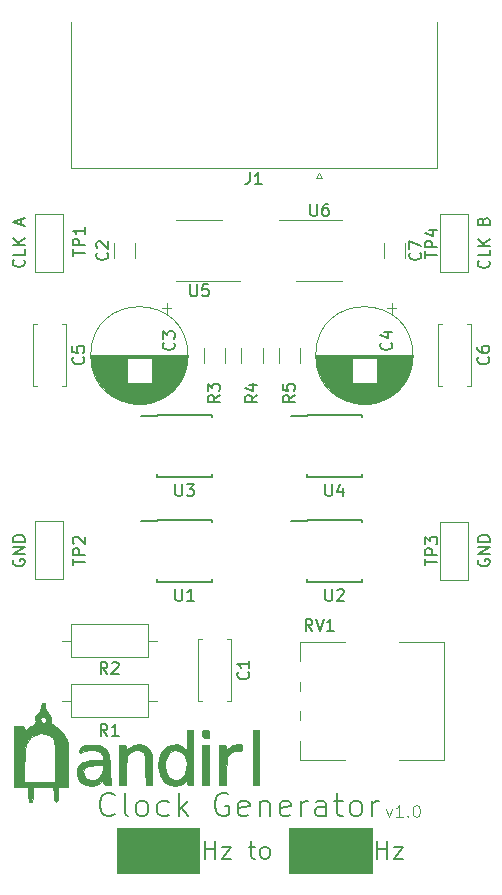
<source format=gbr>
G04 #@! TF.GenerationSoftware,KiCad,Pcbnew,5.1.5-52549c5~84~ubuntu18.04.1*
G04 #@! TF.CreationDate,2020-04-22T17:40:04-07:00*
G04 #@! TF.ProjectId,clock_generator,636c6f63-6b5f-4676-956e-657261746f72,rev?*
G04 #@! TF.SameCoordinates,Original*
G04 #@! TF.FileFunction,Legend,Top*
G04 #@! TF.FilePolarity,Positive*
%FSLAX46Y46*%
G04 Gerber Fmt 4.6, Leading zero omitted, Abs format (unit mm)*
G04 Created by KiCad (PCBNEW 5.1.5-52549c5~84~ubuntu18.04.1) date 2020-04-22 17:40:04*
%MOMM*%
%LPD*%
G04 APERTURE LIST*
%ADD10C,0.100000*%
%ADD11C,0.150000*%
%ADD12C,0.010000*%
%ADD13C,0.120000*%
G04 APERTURE END LIST*
D10*
X132683428Y-122213714D02*
X132921523Y-122880380D01*
X133159619Y-122213714D01*
X134064380Y-122880380D02*
X133492952Y-122880380D01*
X133778666Y-122880380D02*
X133778666Y-121880380D01*
X133683428Y-122023238D01*
X133588190Y-122118476D01*
X133492952Y-122166095D01*
X134492952Y-122785142D02*
X134540571Y-122832761D01*
X134492952Y-122880380D01*
X134445333Y-122832761D01*
X134492952Y-122785142D01*
X134492952Y-122880380D01*
X135159619Y-121880380D02*
X135254857Y-121880380D01*
X135350095Y-121928000D01*
X135397714Y-121975619D01*
X135445333Y-122070857D01*
X135492952Y-122261333D01*
X135492952Y-122499428D01*
X135445333Y-122689904D01*
X135397714Y-122785142D01*
X135350095Y-122832761D01*
X135254857Y-122880380D01*
X135159619Y-122880380D01*
X135064380Y-122832761D01*
X135016761Y-122785142D01*
X134969142Y-122689904D01*
X134921523Y-122499428D01*
X134921523Y-122261333D01*
X134969142Y-122070857D01*
X135016761Y-121975619D01*
X135064380Y-121928000D01*
X135159619Y-121880380D01*
G36*
X131445000Y-127635000D02*
G01*
X124460000Y-127635000D01*
X124460000Y-123825000D01*
X131445000Y-123825000D01*
X131445000Y-127635000D01*
G37*
X131445000Y-127635000D02*
X124460000Y-127635000D01*
X124460000Y-123825000D01*
X131445000Y-123825000D01*
X131445000Y-127635000D01*
G36*
X116840000Y-127635000D02*
G01*
X109855000Y-127635000D01*
X109855000Y-123825000D01*
X116840000Y-123825000D01*
X116840000Y-127635000D01*
G37*
X116840000Y-127635000D02*
X109855000Y-127635000D01*
X109855000Y-123825000D01*
X116840000Y-123825000D01*
X116840000Y-127635000D01*
D11*
X131899642Y-126408571D02*
X131899642Y-124908571D01*
X131899642Y-125622857D02*
X132756785Y-125622857D01*
X132756785Y-126408571D02*
X132756785Y-124908571D01*
X133328214Y-125408571D02*
X134113928Y-125408571D01*
X133328214Y-126408571D01*
X134113928Y-126408571D01*
X117300714Y-126408571D02*
X117300714Y-124908571D01*
X117300714Y-125622857D02*
X118157857Y-125622857D01*
X118157857Y-126408571D02*
X118157857Y-124908571D01*
X118729285Y-125408571D02*
X119515000Y-125408571D01*
X118729285Y-126408571D01*
X119515000Y-126408571D01*
X121015000Y-125408571D02*
X121586428Y-125408571D01*
X121229285Y-124908571D02*
X121229285Y-126194285D01*
X121300714Y-126337142D01*
X121443571Y-126408571D01*
X121586428Y-126408571D01*
X122300714Y-126408571D02*
X122157857Y-126337142D01*
X122086428Y-126265714D01*
X122015000Y-126122857D01*
X122015000Y-125694285D01*
X122086428Y-125551428D01*
X122157857Y-125480000D01*
X122300714Y-125408571D01*
X122515000Y-125408571D01*
X122657857Y-125480000D01*
X122729285Y-125551428D01*
X122800714Y-125694285D01*
X122800714Y-126122857D01*
X122729285Y-126265714D01*
X122657857Y-126337142D01*
X122515000Y-126408571D01*
X122300714Y-126408571D01*
X109665809Y-122634285D02*
X109570571Y-122729523D01*
X109284857Y-122824761D01*
X109094380Y-122824761D01*
X108808666Y-122729523D01*
X108618190Y-122539047D01*
X108522952Y-122348571D01*
X108427714Y-121967619D01*
X108427714Y-121681904D01*
X108522952Y-121300952D01*
X108618190Y-121110476D01*
X108808666Y-120920000D01*
X109094380Y-120824761D01*
X109284857Y-120824761D01*
X109570571Y-120920000D01*
X109665809Y-121015238D01*
X110808666Y-122824761D02*
X110618190Y-122729523D01*
X110522952Y-122539047D01*
X110522952Y-120824761D01*
X111856285Y-122824761D02*
X111665809Y-122729523D01*
X111570571Y-122634285D01*
X111475333Y-122443809D01*
X111475333Y-121872380D01*
X111570571Y-121681904D01*
X111665809Y-121586666D01*
X111856285Y-121491428D01*
X112142000Y-121491428D01*
X112332476Y-121586666D01*
X112427714Y-121681904D01*
X112522952Y-121872380D01*
X112522952Y-122443809D01*
X112427714Y-122634285D01*
X112332476Y-122729523D01*
X112142000Y-122824761D01*
X111856285Y-122824761D01*
X114237238Y-122729523D02*
X114046761Y-122824761D01*
X113665809Y-122824761D01*
X113475333Y-122729523D01*
X113380095Y-122634285D01*
X113284857Y-122443809D01*
X113284857Y-121872380D01*
X113380095Y-121681904D01*
X113475333Y-121586666D01*
X113665809Y-121491428D01*
X114046761Y-121491428D01*
X114237238Y-121586666D01*
X115094380Y-122824761D02*
X115094380Y-120824761D01*
X115284857Y-122062857D02*
X115856285Y-122824761D01*
X115856285Y-121491428D02*
X115094380Y-122253333D01*
X119284857Y-120920000D02*
X119094380Y-120824761D01*
X118808666Y-120824761D01*
X118522952Y-120920000D01*
X118332476Y-121110476D01*
X118237238Y-121300952D01*
X118142000Y-121681904D01*
X118142000Y-121967619D01*
X118237238Y-122348571D01*
X118332476Y-122539047D01*
X118522952Y-122729523D01*
X118808666Y-122824761D01*
X118999142Y-122824761D01*
X119284857Y-122729523D01*
X119380095Y-122634285D01*
X119380095Y-121967619D01*
X118999142Y-121967619D01*
X120999142Y-122729523D02*
X120808666Y-122824761D01*
X120427714Y-122824761D01*
X120237238Y-122729523D01*
X120142000Y-122539047D01*
X120142000Y-121777142D01*
X120237238Y-121586666D01*
X120427714Y-121491428D01*
X120808666Y-121491428D01*
X120999142Y-121586666D01*
X121094380Y-121777142D01*
X121094380Y-121967619D01*
X120142000Y-122158095D01*
X121951523Y-121491428D02*
X121951523Y-122824761D01*
X121951523Y-121681904D02*
X122046761Y-121586666D01*
X122237238Y-121491428D01*
X122522952Y-121491428D01*
X122713428Y-121586666D01*
X122808666Y-121777142D01*
X122808666Y-122824761D01*
X124522952Y-122729523D02*
X124332476Y-122824761D01*
X123951523Y-122824761D01*
X123761047Y-122729523D01*
X123665809Y-122539047D01*
X123665809Y-121777142D01*
X123761047Y-121586666D01*
X123951523Y-121491428D01*
X124332476Y-121491428D01*
X124522952Y-121586666D01*
X124618190Y-121777142D01*
X124618190Y-121967619D01*
X123665809Y-122158095D01*
X125475333Y-122824761D02*
X125475333Y-121491428D01*
X125475333Y-121872380D02*
X125570571Y-121681904D01*
X125665809Y-121586666D01*
X125856285Y-121491428D01*
X126046761Y-121491428D01*
X127570571Y-122824761D02*
X127570571Y-121777142D01*
X127475333Y-121586666D01*
X127284857Y-121491428D01*
X126903904Y-121491428D01*
X126713428Y-121586666D01*
X127570571Y-122729523D02*
X127380095Y-122824761D01*
X126903904Y-122824761D01*
X126713428Y-122729523D01*
X126618190Y-122539047D01*
X126618190Y-122348571D01*
X126713428Y-122158095D01*
X126903904Y-122062857D01*
X127380095Y-122062857D01*
X127570571Y-121967619D01*
X128237238Y-121491428D02*
X128999142Y-121491428D01*
X128522952Y-120824761D02*
X128522952Y-122539047D01*
X128618190Y-122729523D01*
X128808666Y-122824761D01*
X128999142Y-122824761D01*
X129951523Y-122824761D02*
X129761047Y-122729523D01*
X129665809Y-122634285D01*
X129570571Y-122443809D01*
X129570571Y-121872380D01*
X129665809Y-121681904D01*
X129761047Y-121586666D01*
X129951523Y-121491428D01*
X130237238Y-121491428D01*
X130427714Y-121586666D01*
X130522952Y-121681904D01*
X130618190Y-121872380D01*
X130618190Y-122443809D01*
X130522952Y-122634285D01*
X130427714Y-122729523D01*
X130237238Y-122824761D01*
X129951523Y-122824761D01*
X131475333Y-122824761D02*
X131475333Y-121491428D01*
X131475333Y-121872380D02*
X131570571Y-121681904D01*
X131665809Y-121586666D01*
X131856285Y-121491428D01*
X132046761Y-121491428D01*
X101100000Y-101091904D02*
X101052380Y-101187142D01*
X101052380Y-101330000D01*
X101100000Y-101472857D01*
X101195238Y-101568095D01*
X101290476Y-101615714D01*
X101480952Y-101663333D01*
X101623809Y-101663333D01*
X101814285Y-101615714D01*
X101909523Y-101568095D01*
X102004761Y-101472857D01*
X102052380Y-101330000D01*
X102052380Y-101234761D01*
X102004761Y-101091904D01*
X101957142Y-101044285D01*
X101623809Y-101044285D01*
X101623809Y-101234761D01*
X102052380Y-100615714D02*
X101052380Y-100615714D01*
X102052380Y-100044285D01*
X101052380Y-100044285D01*
X102052380Y-99568095D02*
X101052380Y-99568095D01*
X101052380Y-99330000D01*
X101100000Y-99187142D01*
X101195238Y-99091904D01*
X101290476Y-99044285D01*
X101480952Y-98996666D01*
X101623809Y-98996666D01*
X101814285Y-99044285D01*
X101909523Y-99091904D01*
X102004761Y-99187142D01*
X102052380Y-99330000D01*
X102052380Y-99568095D01*
X140470000Y-101091904D02*
X140422380Y-101187142D01*
X140422380Y-101330000D01*
X140470000Y-101472857D01*
X140565238Y-101568095D01*
X140660476Y-101615714D01*
X140850952Y-101663333D01*
X140993809Y-101663333D01*
X141184285Y-101615714D01*
X141279523Y-101568095D01*
X141374761Y-101472857D01*
X141422380Y-101330000D01*
X141422380Y-101234761D01*
X141374761Y-101091904D01*
X141327142Y-101044285D01*
X140993809Y-101044285D01*
X140993809Y-101234761D01*
X141422380Y-100615714D02*
X140422380Y-100615714D01*
X141422380Y-100044285D01*
X140422380Y-100044285D01*
X141422380Y-99568095D02*
X140422380Y-99568095D01*
X140422380Y-99330000D01*
X140470000Y-99187142D01*
X140565238Y-99091904D01*
X140660476Y-99044285D01*
X140850952Y-98996666D01*
X140993809Y-98996666D01*
X141184285Y-99044285D01*
X141279523Y-99091904D01*
X141374761Y-99187142D01*
X141422380Y-99330000D01*
X141422380Y-99568095D01*
X141327142Y-75771190D02*
X141374761Y-75818809D01*
X141422380Y-75961666D01*
X141422380Y-76056904D01*
X141374761Y-76199761D01*
X141279523Y-76295000D01*
X141184285Y-76342619D01*
X140993809Y-76390238D01*
X140850952Y-76390238D01*
X140660476Y-76342619D01*
X140565238Y-76295000D01*
X140470000Y-76199761D01*
X140422380Y-76056904D01*
X140422380Y-75961666D01*
X140470000Y-75818809D01*
X140517619Y-75771190D01*
X141422380Y-74866428D02*
X141422380Y-75342619D01*
X140422380Y-75342619D01*
X141422380Y-74533095D02*
X140422380Y-74533095D01*
X141422380Y-73961666D02*
X140850952Y-74390238D01*
X140422380Y-73961666D02*
X140993809Y-74533095D01*
X140898571Y-72437857D02*
X140946190Y-72295000D01*
X140993809Y-72247380D01*
X141089047Y-72199761D01*
X141231904Y-72199761D01*
X141327142Y-72247380D01*
X141374761Y-72295000D01*
X141422380Y-72390238D01*
X141422380Y-72771190D01*
X140422380Y-72771190D01*
X140422380Y-72437857D01*
X140470000Y-72342619D01*
X140517619Y-72295000D01*
X140612857Y-72247380D01*
X140708095Y-72247380D01*
X140803333Y-72295000D01*
X140850952Y-72342619D01*
X140898571Y-72437857D01*
X140898571Y-72771190D01*
X101957142Y-75699761D02*
X102004761Y-75747380D01*
X102052380Y-75890238D01*
X102052380Y-75985476D01*
X102004761Y-76128333D01*
X101909523Y-76223571D01*
X101814285Y-76271190D01*
X101623809Y-76318809D01*
X101480952Y-76318809D01*
X101290476Y-76271190D01*
X101195238Y-76223571D01*
X101100000Y-76128333D01*
X101052380Y-75985476D01*
X101052380Y-75890238D01*
X101100000Y-75747380D01*
X101147619Y-75699761D01*
X102052380Y-74795000D02*
X102052380Y-75271190D01*
X101052380Y-75271190D01*
X102052380Y-74461666D02*
X101052380Y-74461666D01*
X102052380Y-73890238D02*
X101480952Y-74318809D01*
X101052380Y-73890238D02*
X101623809Y-74461666D01*
X101766666Y-72747380D02*
X101766666Y-72271190D01*
X102052380Y-72842619D02*
X101052380Y-72509285D01*
X102052380Y-72175952D01*
D12*
G36*
X117580065Y-115537919D02*
G01*
X117664383Y-115601224D01*
X117686004Y-115766401D01*
X117686667Y-115866333D01*
X117677696Y-116083169D01*
X117622304Y-116179533D01*
X117477774Y-116204243D01*
X117390334Y-116205000D01*
X117200602Y-116194747D01*
X117116284Y-116131442D01*
X117094663Y-115966266D01*
X117094000Y-115866333D01*
X117102971Y-115649497D01*
X117158363Y-115553134D01*
X117302893Y-115528424D01*
X117390334Y-115527667D01*
X117580065Y-115537919D01*
G37*
X117580065Y-115537919D02*
X117664383Y-115601224D01*
X117686004Y-115766401D01*
X117686667Y-115866333D01*
X117677696Y-116083169D01*
X117622304Y-116179533D01*
X117477774Y-116204243D01*
X117390334Y-116205000D01*
X117200602Y-116194747D01*
X117116284Y-116131442D01*
X117094663Y-115966266D01*
X117094000Y-115866333D01*
X117102971Y-115649497D01*
X117158363Y-115553134D01*
X117302893Y-115528424D01*
X117390334Y-115527667D01*
X117580065Y-115537919D01*
G36*
X121920000Y-120184333D02*
G01*
X121412000Y-120184333D01*
X121412000Y-115527667D01*
X121920000Y-115527667D01*
X121920000Y-120184333D01*
G37*
X121920000Y-120184333D02*
X121412000Y-120184333D01*
X121412000Y-115527667D01*
X121920000Y-115527667D01*
X121920000Y-120184333D01*
G36*
X120403559Y-116732145D02*
G01*
X120470458Y-116824644D01*
X120480667Y-116988167D01*
X120472872Y-117151283D01*
X120420276Y-117232443D01*
X120279060Y-117260260D01*
X120059258Y-117263333D01*
X119769299Y-117282678D01*
X119568952Y-117359092D01*
X119403091Y-117497861D01*
X119310558Y-117596351D01*
X119245024Y-117696719D01*
X119200497Y-117830088D01*
X119170986Y-118027580D01*
X119150499Y-118320316D01*
X119133045Y-118739418D01*
X119126000Y-118937195D01*
X119083667Y-120142000D01*
X118808500Y-120168531D01*
X118533334Y-120195062D01*
X118533334Y-116797667D01*
X118829667Y-116797667D01*
X119029456Y-116812802D01*
X119111342Y-116883951D01*
X119126000Y-117024092D01*
X119126000Y-117250517D01*
X119316500Y-117072065D01*
X119686867Y-116831839D01*
X120120861Y-116718187D01*
X120232179Y-116713000D01*
X120403559Y-116732145D01*
G37*
X120403559Y-116732145D02*
X120470458Y-116824644D01*
X120480667Y-116988167D01*
X120472872Y-117151283D01*
X120420276Y-117232443D01*
X120279060Y-117260260D01*
X120059258Y-117263333D01*
X119769299Y-117282678D01*
X119568952Y-117359092D01*
X119403091Y-117497861D01*
X119310558Y-117596351D01*
X119245024Y-117696719D01*
X119200497Y-117830088D01*
X119170986Y-118027580D01*
X119150499Y-118320316D01*
X119133045Y-118739418D01*
X119126000Y-118937195D01*
X119083667Y-120142000D01*
X118808500Y-120168531D01*
X118533334Y-120195062D01*
X118533334Y-116797667D01*
X118829667Y-116797667D01*
X119029456Y-116812802D01*
X119111342Y-116883951D01*
X119126000Y-117024092D01*
X119126000Y-117250517D01*
X119316500Y-117072065D01*
X119686867Y-116831839D01*
X120120861Y-116718187D01*
X120232179Y-116713000D01*
X120403559Y-116732145D01*
G36*
X117686667Y-120184333D02*
G01*
X117094000Y-120184333D01*
X117094000Y-116797667D01*
X117686667Y-116797667D01*
X117686667Y-120184333D01*
G37*
X117686667Y-120184333D02*
X117094000Y-120184333D01*
X117094000Y-116797667D01*
X117686667Y-116797667D01*
X117686667Y-120184333D01*
G36*
X112136997Y-116806191D02*
G01*
X112386462Y-116926741D01*
X112563874Y-117115813D01*
X112670167Y-117302440D01*
X112745231Y-117466224D01*
X112797663Y-117632492D01*
X112831442Y-117835394D01*
X112850547Y-118109080D01*
X112858956Y-118487700D01*
X112860667Y-118937638D01*
X112860667Y-120195062D01*
X112585500Y-120168531D01*
X112310334Y-120142000D01*
X112268000Y-118843099D01*
X112250518Y-118346183D01*
X112232554Y-117990333D01*
X112209427Y-117747333D01*
X112176460Y-117588967D01*
X112128972Y-117487019D01*
X112062284Y-117413274D01*
X112025787Y-117382599D01*
X111722951Y-117237280D01*
X111389064Y-117244454D01*
X111060266Y-117401183D01*
X110978169Y-117467762D01*
X110701667Y-117714524D01*
X110659334Y-118928262D01*
X110617000Y-120142000D01*
X110341834Y-120168531D01*
X110066667Y-120195062D01*
X110066667Y-116797667D01*
X110363000Y-116797667D01*
X110563061Y-116813118D01*
X110645019Y-116884234D01*
X110659334Y-117016859D01*
X110659334Y-117236052D01*
X110915826Y-117020228D01*
X111303836Y-116798345D01*
X111739510Y-116732018D01*
X112136997Y-116806191D01*
G37*
X112136997Y-116806191D02*
X112386462Y-116926741D01*
X112563874Y-117115813D01*
X112670167Y-117302440D01*
X112745231Y-117466224D01*
X112797663Y-117632492D01*
X112831442Y-117835394D01*
X112850547Y-118109080D01*
X112858956Y-118487700D01*
X112860667Y-118937638D01*
X112860667Y-120195062D01*
X112585500Y-120168531D01*
X112310334Y-120142000D01*
X112268000Y-118843099D01*
X112250518Y-118346183D01*
X112232554Y-117990333D01*
X112209427Y-117747333D01*
X112176460Y-117588967D01*
X112128972Y-117487019D01*
X112062284Y-117413274D01*
X112025787Y-117382599D01*
X111722951Y-117237280D01*
X111389064Y-117244454D01*
X111060266Y-117401183D01*
X110978169Y-117467762D01*
X110701667Y-117714524D01*
X110659334Y-118928262D01*
X110617000Y-120142000D01*
X110341834Y-120168531D01*
X110066667Y-120195062D01*
X110066667Y-116797667D01*
X110363000Y-116797667D01*
X110563061Y-116813118D01*
X110645019Y-116884234D01*
X110659334Y-117016859D01*
X110659334Y-117236052D01*
X110915826Y-117020228D01*
X111303836Y-116798345D01*
X111739510Y-116732018D01*
X112136997Y-116806191D01*
G36*
X116332000Y-120184333D02*
G01*
X116078000Y-120184333D01*
X115896715Y-120161796D01*
X115830302Y-120064874D01*
X115824000Y-119968358D01*
X115824000Y-119752382D01*
X115541139Y-119968131D01*
X115191605Y-120151312D01*
X114791606Y-120233847D01*
X114408405Y-120205990D01*
X114257667Y-120154060D01*
X113872914Y-119884688D01*
X113576472Y-119480703D01*
X113499708Y-119318064D01*
X113402337Y-118937761D01*
X113381404Y-118607587D01*
X113963178Y-118607587D01*
X114033954Y-119023921D01*
X114179705Y-119377825D01*
X114392223Y-119621287D01*
X114394562Y-119622935D01*
X114713609Y-119751332D01*
X115053499Y-119726623D01*
X115371878Y-119552799D01*
X115400026Y-119528167D01*
X115622339Y-119217939D01*
X115744814Y-118801560D01*
X115759150Y-118315338D01*
X115729098Y-118088833D01*
X115596072Y-117706470D01*
X115375357Y-117430486D01*
X115098251Y-117266746D01*
X114796051Y-117221114D01*
X114500054Y-117299457D01*
X114241558Y-117507639D01*
X114079390Y-117779679D01*
X113975586Y-118176835D01*
X113963178Y-118607587D01*
X113381404Y-118607587D01*
X113373240Y-118478826D01*
X113411177Y-118017036D01*
X113514911Y-117628167D01*
X113527812Y-117598497D01*
X113788228Y-117193020D01*
X114128898Y-116908632D01*
X114520226Y-116753650D01*
X114932619Y-116736390D01*
X115336480Y-116865170D01*
X115572028Y-117024032D01*
X115824000Y-117236052D01*
X115824000Y-115527667D01*
X116332000Y-115527667D01*
X116332000Y-120184333D01*
G37*
X116332000Y-120184333D02*
X116078000Y-120184333D01*
X115896715Y-120161796D01*
X115830302Y-120064874D01*
X115824000Y-119968358D01*
X115824000Y-119752382D01*
X115541139Y-119968131D01*
X115191605Y-120151312D01*
X114791606Y-120233847D01*
X114408405Y-120205990D01*
X114257667Y-120154060D01*
X113872914Y-119884688D01*
X113576472Y-119480703D01*
X113499708Y-119318064D01*
X113402337Y-118937761D01*
X113381404Y-118607587D01*
X113963178Y-118607587D01*
X114033954Y-119023921D01*
X114179705Y-119377825D01*
X114392223Y-119621287D01*
X114394562Y-119622935D01*
X114713609Y-119751332D01*
X115053499Y-119726623D01*
X115371878Y-119552799D01*
X115400026Y-119528167D01*
X115622339Y-119217939D01*
X115744814Y-118801560D01*
X115759150Y-118315338D01*
X115729098Y-118088833D01*
X115596072Y-117706470D01*
X115375357Y-117430486D01*
X115098251Y-117266746D01*
X114796051Y-117221114D01*
X114500054Y-117299457D01*
X114241558Y-117507639D01*
X114079390Y-117779679D01*
X113975586Y-118176835D01*
X113963178Y-118607587D01*
X113381404Y-118607587D01*
X113373240Y-118478826D01*
X113411177Y-118017036D01*
X113514911Y-117628167D01*
X113527812Y-117598497D01*
X113788228Y-117193020D01*
X114128898Y-116908632D01*
X114520226Y-116753650D01*
X114932619Y-116736390D01*
X115336480Y-116865170D01*
X115572028Y-117024032D01*
X115824000Y-117236052D01*
X115824000Y-115527667D01*
X116332000Y-115527667D01*
X116332000Y-120184333D01*
G36*
X107994957Y-116748670D02*
G01*
X108386084Y-116811323D01*
X108679583Y-116931164D01*
X108707019Y-116950237D01*
X108906478Y-117119839D01*
X109053457Y-117307423D01*
X109156549Y-117542187D01*
X109224347Y-117853330D01*
X109265443Y-118270049D01*
X109288431Y-118821541D01*
X109291266Y-118935500D01*
X109320198Y-120184333D01*
X109016099Y-120184333D01*
X108812950Y-120170119D01*
X108728292Y-120102615D01*
X108712000Y-119957908D01*
X108712000Y-119731483D01*
X108513891Y-119917597D01*
X108151064Y-120149221D01*
X107723148Y-120251248D01*
X107281891Y-120216649D01*
X107018667Y-120120702D01*
X106714113Y-119886031D01*
X106525738Y-119570281D01*
X106452624Y-119211904D01*
X106474918Y-119015847D01*
X107032217Y-119015847D01*
X107033912Y-119276186D01*
X107153551Y-119499764D01*
X107365537Y-119664141D01*
X107644274Y-119746878D01*
X107964163Y-119725536D01*
X108196788Y-119637729D01*
X108426348Y-119439758D01*
X108608071Y-119140134D01*
X108704954Y-118806194D01*
X108712000Y-118700159D01*
X108712000Y-118469243D01*
X108020731Y-118509260D01*
X107662376Y-118536483D01*
X107430940Y-118575425D01*
X107284011Y-118637702D01*
X107179175Y-118734935D01*
X107174064Y-118741185D01*
X107032217Y-119015847D01*
X106474918Y-119015847D01*
X106493851Y-118849352D01*
X106648501Y-118521078D01*
X106915654Y-118265533D01*
X107064866Y-118187595D01*
X107311042Y-118123916D01*
X107665576Y-118081490D01*
X108031947Y-118067667D01*
X108370667Y-118063974D01*
X108573972Y-118047432D01*
X108675715Y-118009848D01*
X108709751Y-117943025D01*
X108712000Y-117903054D01*
X108658930Y-117729328D01*
X108529662Y-117526935D01*
X108514679Y-117509043D01*
X108264466Y-117334384D01*
X107914932Y-117239723D01*
X107519183Y-117231305D01*
X107130327Y-117315376D01*
X107069328Y-117339064D01*
X106832421Y-117435312D01*
X106715874Y-117456084D01*
X106682295Y-117387443D01*
X106694286Y-117215448D01*
X106695802Y-117199833D01*
X106726722Y-117033012D01*
X106808447Y-116932087D01*
X106985927Y-116858567D01*
X107145667Y-116814555D01*
X107562665Y-116748112D01*
X107994957Y-116748670D01*
G37*
X107994957Y-116748670D02*
X108386084Y-116811323D01*
X108679583Y-116931164D01*
X108707019Y-116950237D01*
X108906478Y-117119839D01*
X109053457Y-117307423D01*
X109156549Y-117542187D01*
X109224347Y-117853330D01*
X109265443Y-118270049D01*
X109288431Y-118821541D01*
X109291266Y-118935500D01*
X109320198Y-120184333D01*
X109016099Y-120184333D01*
X108812950Y-120170119D01*
X108728292Y-120102615D01*
X108712000Y-119957908D01*
X108712000Y-119731483D01*
X108513891Y-119917597D01*
X108151064Y-120149221D01*
X107723148Y-120251248D01*
X107281891Y-120216649D01*
X107018667Y-120120702D01*
X106714113Y-119886031D01*
X106525738Y-119570281D01*
X106452624Y-119211904D01*
X106474918Y-119015847D01*
X107032217Y-119015847D01*
X107033912Y-119276186D01*
X107153551Y-119499764D01*
X107365537Y-119664141D01*
X107644274Y-119746878D01*
X107964163Y-119725536D01*
X108196788Y-119637729D01*
X108426348Y-119439758D01*
X108608071Y-119140134D01*
X108704954Y-118806194D01*
X108712000Y-118700159D01*
X108712000Y-118469243D01*
X108020731Y-118509260D01*
X107662376Y-118536483D01*
X107430940Y-118575425D01*
X107284011Y-118637702D01*
X107179175Y-118734935D01*
X107174064Y-118741185D01*
X107032217Y-119015847D01*
X106474918Y-119015847D01*
X106493851Y-118849352D01*
X106648501Y-118521078D01*
X106915654Y-118265533D01*
X107064866Y-118187595D01*
X107311042Y-118123916D01*
X107665576Y-118081490D01*
X108031947Y-118067667D01*
X108370667Y-118063974D01*
X108573972Y-118047432D01*
X108675715Y-118009848D01*
X108709751Y-117943025D01*
X108712000Y-117903054D01*
X108658930Y-117729328D01*
X108529662Y-117526935D01*
X108514679Y-117509043D01*
X108264466Y-117334384D01*
X107914932Y-117239723D01*
X107519183Y-117231305D01*
X107130327Y-117315376D01*
X107069328Y-117339064D01*
X106832421Y-117435312D01*
X106715874Y-117456084D01*
X106682295Y-117387443D01*
X106694286Y-117215448D01*
X106695802Y-117199833D01*
X106726722Y-117033012D01*
X106808447Y-116932087D01*
X106985927Y-116858567D01*
X107145667Y-116814555D01*
X107562665Y-116748112D01*
X107994957Y-116748670D01*
G36*
X103747446Y-113273745D02*
G01*
X103794996Y-113399942D01*
X103801334Y-113546364D01*
X103843695Y-113806069D01*
X103995520Y-114028866D01*
X104064231Y-114096645D01*
X104235858Y-114285332D01*
X104299969Y-114465943D01*
X104295223Y-114676803D01*
X104287038Y-114894913D01*
X104343851Y-115020535D01*
X104505761Y-115119937D01*
X104585636Y-115156724D01*
X104967664Y-115405836D01*
X105311884Y-115770339D01*
X105570058Y-116196611D01*
X105612223Y-116297829D01*
X105660358Y-116449176D01*
X105695535Y-116629940D01*
X105719117Y-116865531D01*
X105732470Y-117181354D01*
X105736958Y-117602820D01*
X105733947Y-118155336D01*
X105730026Y-118491000D01*
X105706334Y-120311333D01*
X105307785Y-120336991D01*
X104909237Y-120362649D01*
X104884452Y-120971991D01*
X104866721Y-121289463D01*
X104838216Y-121473129D01*
X104787619Y-121558515D01*
X104703612Y-121581147D01*
X104690334Y-121581333D01*
X104601673Y-121564115D01*
X104547603Y-121488855D01*
X104516921Y-121320139D01*
X104498424Y-121022559D01*
X104496124Y-120967500D01*
X104471248Y-120353667D01*
X102792752Y-120353667D01*
X102767876Y-120966602D01*
X102745475Y-121303566D01*
X102707114Y-121501850D01*
X102645349Y-121591894D01*
X102611872Y-121604529D01*
X102461322Y-121593846D01*
X102421372Y-121570149D01*
X102391491Y-121461128D01*
X102370166Y-121232295D01*
X102362000Y-120933127D01*
X102362000Y-120353667D01*
X101176667Y-120353667D01*
X101176667Y-119930333D01*
X102004451Y-119930333D01*
X104657684Y-119930333D01*
X104631675Y-118200610D01*
X104621699Y-117612000D01*
X104610189Y-117167925D01*
X104594587Y-116843594D01*
X104572337Y-116614210D01*
X104540881Y-116454980D01*
X104497663Y-116341111D01*
X104440126Y-116247808D01*
X104428664Y-116232110D01*
X104137338Y-115967670D01*
X103775577Y-115829889D01*
X103378566Y-115813067D01*
X102981487Y-115911505D01*
X102619523Y-116119504D01*
X102327858Y-116431363D01*
X102237164Y-116587117D01*
X102174686Y-116734552D01*
X102128034Y-116907569D01*
X102094081Y-117134952D01*
X102069700Y-117445483D01*
X102051763Y-117867945D01*
X102037223Y-118427500D01*
X102004451Y-119930333D01*
X101176667Y-119930333D01*
X101176667Y-115189000D01*
X101600000Y-115189000D01*
X101853917Y-115197915D01*
X101980555Y-115235756D01*
X102021522Y-115319167D01*
X102023334Y-115358333D01*
X102064098Y-115504933D01*
X102170271Y-115502329D01*
X102266479Y-115413745D01*
X102401547Y-115307215D01*
X102619013Y-115184760D01*
X102680855Y-115155600D01*
X102883516Y-115050850D01*
X102968376Y-114939980D01*
X102975680Y-114756069D01*
X102968778Y-114676803D01*
X102968529Y-114586758D01*
X103391759Y-114586758D01*
X103424596Y-114783974D01*
X103550793Y-114913815D01*
X103632000Y-114932407D01*
X103731812Y-114893060D01*
X103787575Y-114860628D01*
X103864940Y-114729554D01*
X103872241Y-114586758D01*
X103802513Y-114428001D01*
X103632000Y-114384667D01*
X103459338Y-114429809D01*
X103391759Y-114586758D01*
X102968529Y-114586758D01*
X102968111Y-114436106D01*
X103046147Y-114259700D01*
X103199769Y-114096645D01*
X103389704Y-113870123D01*
X103459567Y-113628896D01*
X103462667Y-113546364D01*
X103480494Y-113338631D01*
X103550627Y-113253070D01*
X103632000Y-113241667D01*
X103747446Y-113273745D01*
G37*
X103747446Y-113273745D02*
X103794996Y-113399942D01*
X103801334Y-113546364D01*
X103843695Y-113806069D01*
X103995520Y-114028866D01*
X104064231Y-114096645D01*
X104235858Y-114285332D01*
X104299969Y-114465943D01*
X104295223Y-114676803D01*
X104287038Y-114894913D01*
X104343851Y-115020535D01*
X104505761Y-115119937D01*
X104585636Y-115156724D01*
X104967664Y-115405836D01*
X105311884Y-115770339D01*
X105570058Y-116196611D01*
X105612223Y-116297829D01*
X105660358Y-116449176D01*
X105695535Y-116629940D01*
X105719117Y-116865531D01*
X105732470Y-117181354D01*
X105736958Y-117602820D01*
X105733947Y-118155336D01*
X105730026Y-118491000D01*
X105706334Y-120311333D01*
X105307785Y-120336991D01*
X104909237Y-120362649D01*
X104884452Y-120971991D01*
X104866721Y-121289463D01*
X104838216Y-121473129D01*
X104787619Y-121558515D01*
X104703612Y-121581147D01*
X104690334Y-121581333D01*
X104601673Y-121564115D01*
X104547603Y-121488855D01*
X104516921Y-121320139D01*
X104498424Y-121022559D01*
X104496124Y-120967500D01*
X104471248Y-120353667D01*
X102792752Y-120353667D01*
X102767876Y-120966602D01*
X102745475Y-121303566D01*
X102707114Y-121501850D01*
X102645349Y-121591894D01*
X102611872Y-121604529D01*
X102461322Y-121593846D01*
X102421372Y-121570149D01*
X102391491Y-121461128D01*
X102370166Y-121232295D01*
X102362000Y-120933127D01*
X102362000Y-120353667D01*
X101176667Y-120353667D01*
X101176667Y-119930333D01*
X102004451Y-119930333D01*
X104657684Y-119930333D01*
X104631675Y-118200610D01*
X104621699Y-117612000D01*
X104610189Y-117167925D01*
X104594587Y-116843594D01*
X104572337Y-116614210D01*
X104540881Y-116454980D01*
X104497663Y-116341111D01*
X104440126Y-116247808D01*
X104428664Y-116232110D01*
X104137338Y-115967670D01*
X103775577Y-115829889D01*
X103378566Y-115813067D01*
X102981487Y-115911505D01*
X102619523Y-116119504D01*
X102327858Y-116431363D01*
X102237164Y-116587117D01*
X102174686Y-116734552D01*
X102128034Y-116907569D01*
X102094081Y-117134952D01*
X102069700Y-117445483D01*
X102051763Y-117867945D01*
X102037223Y-118427500D01*
X102004451Y-119930333D01*
X101176667Y-119930333D01*
X101176667Y-115189000D01*
X101600000Y-115189000D01*
X101853917Y-115197915D01*
X101980555Y-115235756D01*
X102021522Y-115319167D01*
X102023334Y-115358333D01*
X102064098Y-115504933D01*
X102170271Y-115502329D01*
X102266479Y-115413745D01*
X102401547Y-115307215D01*
X102619013Y-115184760D01*
X102680855Y-115155600D01*
X102883516Y-115050850D01*
X102968376Y-114939980D01*
X102975680Y-114756069D01*
X102968778Y-114676803D01*
X102968529Y-114586758D01*
X103391759Y-114586758D01*
X103424596Y-114783974D01*
X103550793Y-114913815D01*
X103632000Y-114932407D01*
X103731812Y-114893060D01*
X103787575Y-114860628D01*
X103864940Y-114729554D01*
X103872241Y-114586758D01*
X103802513Y-114428001D01*
X103632000Y-114384667D01*
X103459338Y-114429809D01*
X103391759Y-114586758D01*
X102968529Y-114586758D01*
X102968111Y-114436106D01*
X103046147Y-114259700D01*
X103199769Y-114096645D01*
X103389704Y-113870123D01*
X103459567Y-113628896D01*
X103462667Y-113546364D01*
X103480494Y-113338631D01*
X103550627Y-113253070D01*
X103632000Y-113241667D01*
X103747446Y-113273745D01*
D13*
X127000000Y-68361325D02*
X127250000Y-68794338D01*
X126750000Y-68794338D02*
X127000000Y-68361325D01*
X127250000Y-68794338D02*
X126750000Y-68794338D01*
X105975000Y-67900000D02*
X105975000Y-55560000D01*
X136945000Y-67900000D02*
X105975000Y-67900000D01*
X136945000Y-55560000D02*
X136945000Y-67900000D01*
X127000000Y-72370000D02*
X123550000Y-72370000D01*
X127000000Y-72370000D02*
X128950000Y-72370000D01*
X127000000Y-77490000D02*
X125050000Y-77490000D01*
X127000000Y-77490000D02*
X128950000Y-77490000D01*
X116840000Y-77490000D02*
X120290000Y-77490000D01*
X116840000Y-77490000D02*
X114890000Y-77490000D01*
X116840000Y-72370000D02*
X118790000Y-72370000D01*
X116840000Y-72370000D02*
X114890000Y-72370000D01*
X123550000Y-83217936D02*
X123550000Y-84422064D01*
X125370000Y-83217936D02*
X125370000Y-84422064D01*
X120375000Y-83217936D02*
X120375000Y-84422064D01*
X122195000Y-83217936D02*
X122195000Y-84422064D01*
X117200000Y-83217936D02*
X117200000Y-84422064D01*
X119020000Y-83217936D02*
X119020000Y-84422064D01*
X132440000Y-74327936D02*
X132440000Y-75532064D01*
X134260000Y-74327936D02*
X134260000Y-75532064D01*
X111400000Y-75532064D02*
X111400000Y-74327936D01*
X109580000Y-75532064D02*
X109580000Y-74327936D01*
X137230000Y-97900000D02*
X137230000Y-102800000D01*
X139630000Y-97900000D02*
X137230000Y-97900000D01*
X139630000Y-102800000D02*
X139630000Y-97900000D01*
X137230000Y-102800000D02*
X139630000Y-102800000D01*
X105340000Y-102760000D02*
X105340000Y-97860000D01*
X102940000Y-102760000D02*
X105340000Y-102760000D01*
X102940000Y-97860000D02*
X102940000Y-102760000D01*
X105340000Y-97860000D02*
X102940000Y-97860000D01*
X137230000Y-71865000D02*
X137230000Y-76765000D01*
X139630000Y-71865000D02*
X137230000Y-71865000D01*
X139630000Y-76765000D02*
X139630000Y-71865000D01*
X137230000Y-76765000D02*
X139630000Y-76765000D01*
X105340000Y-76725000D02*
X105340000Y-71825000D01*
X102940000Y-76725000D02*
X105340000Y-76725000D01*
X102940000Y-71825000D02*
X102940000Y-76725000D01*
X105340000Y-71825000D02*
X102940000Y-71825000D01*
D11*
X125945000Y-88940000D02*
X124595000Y-88940000D01*
X125945000Y-94065000D02*
X130595000Y-94065000D01*
X125945000Y-88815000D02*
X130595000Y-88815000D01*
X125945000Y-94065000D02*
X125945000Y-93840000D01*
X130595000Y-94065000D02*
X130595000Y-93840000D01*
X130595000Y-88815000D02*
X130595000Y-89040000D01*
X125945000Y-88815000D02*
X125945000Y-88940000D01*
X113245000Y-88940000D02*
X111895000Y-88940000D01*
X113245000Y-94065000D02*
X117895000Y-94065000D01*
X113245000Y-88815000D02*
X117895000Y-88815000D01*
X113245000Y-94065000D02*
X113245000Y-93840000D01*
X117895000Y-94065000D02*
X117895000Y-93840000D01*
X117895000Y-88815000D02*
X117895000Y-89040000D01*
X113245000Y-88815000D02*
X113245000Y-88940000D01*
X125945000Y-97830000D02*
X124595000Y-97830000D01*
X125945000Y-102955000D02*
X130595000Y-102955000D01*
X125945000Y-97705000D02*
X130595000Y-97705000D01*
X125945000Y-102955000D02*
X125945000Y-102730000D01*
X130595000Y-102955000D02*
X130595000Y-102730000D01*
X130595000Y-97705000D02*
X130595000Y-97930000D01*
X125945000Y-97705000D02*
X125945000Y-97830000D01*
X113245000Y-97830000D02*
X111895000Y-97830000D01*
X113245000Y-102955000D02*
X117895000Y-102955000D01*
X113245000Y-97705000D02*
X117895000Y-97705000D01*
X113245000Y-102955000D02*
X113245000Y-102730000D01*
X117895000Y-102955000D02*
X117895000Y-102730000D01*
X117895000Y-97705000D02*
X117895000Y-97930000D01*
X113245000Y-97705000D02*
X113245000Y-97830000D01*
D13*
X137580000Y-108100000D02*
X137580000Y-118040000D01*
X125340000Y-116440000D02*
X125340000Y-118040000D01*
X125340000Y-113941000D02*
X125340000Y-114700000D01*
X125340000Y-111441000D02*
X125340000Y-112200000D01*
X125340000Y-108100000D02*
X125340000Y-109699000D01*
X133715000Y-118040000D02*
X137580000Y-118040000D01*
X125340000Y-118040000D02*
X129205000Y-118040000D01*
X133715000Y-108100000D02*
X137580000Y-108100000D01*
X125340000Y-108100000D02*
X129205000Y-108100000D01*
X105180000Y-107950000D02*
X105950000Y-107950000D01*
X113260000Y-107950000D02*
X112490000Y-107950000D01*
X105950000Y-109320000D02*
X112490000Y-109320000D01*
X105950000Y-106580000D02*
X105950000Y-109320000D01*
X112490000Y-106580000D02*
X105950000Y-106580000D01*
X112490000Y-109320000D02*
X112490000Y-106580000D01*
X113260000Y-113030000D02*
X112490000Y-113030000D01*
X105180000Y-113030000D02*
X105950000Y-113030000D01*
X112490000Y-111660000D02*
X105950000Y-111660000D01*
X112490000Y-114400000D02*
X112490000Y-111660000D01*
X105950000Y-114400000D02*
X112490000Y-114400000D01*
X105950000Y-111660000D02*
X105950000Y-114400000D01*
X117055000Y-113070000D02*
X116740000Y-113070000D01*
X119480000Y-113070000D02*
X119165000Y-113070000D01*
X117055000Y-107830000D02*
X116740000Y-107830000D01*
X119480000Y-107830000D02*
X119165000Y-107830000D01*
X116740000Y-107830000D02*
X116740000Y-113070000D01*
X119480000Y-107830000D02*
X119480000Y-113070000D01*
X137375000Y-86400000D02*
X137060000Y-86400000D01*
X139800000Y-86400000D02*
X139485000Y-86400000D01*
X137375000Y-81160000D02*
X137060000Y-81160000D01*
X139800000Y-81160000D02*
X139485000Y-81160000D01*
X137060000Y-81160000D02*
X137060000Y-86400000D01*
X139800000Y-81160000D02*
X139800000Y-86400000D01*
X103085000Y-86400000D02*
X102770000Y-86400000D01*
X105510000Y-86400000D02*
X105195000Y-86400000D01*
X103085000Y-81160000D02*
X102770000Y-81160000D01*
X105510000Y-81160000D02*
X105195000Y-81160000D01*
X102770000Y-81160000D02*
X102770000Y-86400000D01*
X105510000Y-81160000D02*
X105510000Y-86400000D01*
X133525000Y-79790302D02*
X132725000Y-79790302D01*
X133125000Y-79390302D02*
X133125000Y-80190302D01*
X131343000Y-87881000D02*
X130277000Y-87881000D01*
X131578000Y-87841000D02*
X130042000Y-87841000D01*
X131758000Y-87801000D02*
X129862000Y-87801000D01*
X131908000Y-87761000D02*
X129712000Y-87761000D01*
X132039000Y-87721000D02*
X129581000Y-87721000D01*
X132156000Y-87681000D02*
X129464000Y-87681000D01*
X132263000Y-87641000D02*
X129357000Y-87641000D01*
X132362000Y-87601000D02*
X129258000Y-87601000D01*
X132455000Y-87561000D02*
X129165000Y-87561000D01*
X132541000Y-87521000D02*
X129079000Y-87521000D01*
X132623000Y-87481000D02*
X128997000Y-87481000D01*
X132700000Y-87441000D02*
X128920000Y-87441000D01*
X132774000Y-87401000D02*
X128846000Y-87401000D01*
X132844000Y-87361000D02*
X128776000Y-87361000D01*
X132912000Y-87321000D02*
X128708000Y-87321000D01*
X132976000Y-87281000D02*
X128644000Y-87281000D01*
X133038000Y-87241000D02*
X128582000Y-87241000D01*
X133097000Y-87201000D02*
X128523000Y-87201000D01*
X133155000Y-87161000D02*
X128465000Y-87161000D01*
X133210000Y-87121000D02*
X128410000Y-87121000D01*
X133264000Y-87081000D02*
X128356000Y-87081000D01*
X133315000Y-87041000D02*
X128305000Y-87041000D01*
X133366000Y-87001000D02*
X128254000Y-87001000D01*
X133414000Y-86961000D02*
X128206000Y-86961000D01*
X133461000Y-86921000D02*
X128159000Y-86921000D01*
X133507000Y-86881000D02*
X128113000Y-86881000D01*
X133551000Y-86841000D02*
X128069000Y-86841000D01*
X133594000Y-86801000D02*
X128026000Y-86801000D01*
X133636000Y-86761000D02*
X127984000Y-86761000D01*
X133677000Y-86721000D02*
X127943000Y-86721000D01*
X133717000Y-86681000D02*
X127903000Y-86681000D01*
X133755000Y-86641000D02*
X127865000Y-86641000D01*
X133793000Y-86601000D02*
X127827000Y-86601000D01*
X133829000Y-86561000D02*
X127791000Y-86561000D01*
X133865000Y-86521000D02*
X127755000Y-86521000D01*
X133900000Y-86481000D02*
X127720000Y-86481000D01*
X133934000Y-86441000D02*
X127686000Y-86441000D01*
X133966000Y-86401000D02*
X127654000Y-86401000D01*
X133999000Y-86361000D02*
X127621000Y-86361000D01*
X134030000Y-86321000D02*
X127590000Y-86321000D01*
X134060000Y-86281000D02*
X127560000Y-86281000D01*
X134090000Y-86241000D02*
X127530000Y-86241000D01*
X134119000Y-86201000D02*
X127501000Y-86201000D01*
X134148000Y-86161000D02*
X127472000Y-86161000D01*
X134175000Y-86121000D02*
X127445000Y-86121000D01*
X129770000Y-86081000D02*
X127418000Y-86081000D01*
X134202000Y-86081000D02*
X131850000Y-86081000D01*
X129770000Y-86041000D02*
X127392000Y-86041000D01*
X134228000Y-86041000D02*
X131850000Y-86041000D01*
X129770000Y-86001000D02*
X127366000Y-86001000D01*
X134254000Y-86001000D02*
X131850000Y-86001000D01*
X129770000Y-85961000D02*
X127341000Y-85961000D01*
X134279000Y-85961000D02*
X131850000Y-85961000D01*
X129770000Y-85921000D02*
X127317000Y-85921000D01*
X134303000Y-85921000D02*
X131850000Y-85921000D01*
X129770000Y-85881000D02*
X127293000Y-85881000D01*
X134327000Y-85881000D02*
X131850000Y-85881000D01*
X129770000Y-85841000D02*
X127270000Y-85841000D01*
X134350000Y-85841000D02*
X131850000Y-85841000D01*
X129770000Y-85801000D02*
X127248000Y-85801000D01*
X134372000Y-85801000D02*
X131850000Y-85801000D01*
X129770000Y-85761000D02*
X127226000Y-85761000D01*
X134394000Y-85761000D02*
X131850000Y-85761000D01*
X129770000Y-85721000D02*
X127204000Y-85721000D01*
X134416000Y-85721000D02*
X131850000Y-85721000D01*
X129770000Y-85681000D02*
X127183000Y-85681000D01*
X134437000Y-85681000D02*
X131850000Y-85681000D01*
X129770000Y-85641000D02*
X127163000Y-85641000D01*
X134457000Y-85641000D02*
X131850000Y-85641000D01*
X129770000Y-85601000D02*
X127144000Y-85601000D01*
X134476000Y-85601000D02*
X131850000Y-85601000D01*
X129770000Y-85561000D02*
X127124000Y-85561000D01*
X134496000Y-85561000D02*
X131850000Y-85561000D01*
X129770000Y-85521000D02*
X127106000Y-85521000D01*
X134514000Y-85521000D02*
X131850000Y-85521000D01*
X129770000Y-85481000D02*
X127088000Y-85481000D01*
X134532000Y-85481000D02*
X131850000Y-85481000D01*
X129770000Y-85441000D02*
X127070000Y-85441000D01*
X134550000Y-85441000D02*
X131850000Y-85441000D01*
X129770000Y-85401000D02*
X127053000Y-85401000D01*
X134567000Y-85401000D02*
X131850000Y-85401000D01*
X129770000Y-85361000D02*
X127036000Y-85361000D01*
X134584000Y-85361000D02*
X131850000Y-85361000D01*
X129770000Y-85321000D02*
X127020000Y-85321000D01*
X134600000Y-85321000D02*
X131850000Y-85321000D01*
X129770000Y-85281000D02*
X127005000Y-85281000D01*
X134615000Y-85281000D02*
X131850000Y-85281000D01*
X129770000Y-85241000D02*
X126989000Y-85241000D01*
X134631000Y-85241000D02*
X131850000Y-85241000D01*
X129770000Y-85201000D02*
X126975000Y-85201000D01*
X134645000Y-85201000D02*
X131850000Y-85201000D01*
X129770000Y-85161000D02*
X126960000Y-85161000D01*
X134660000Y-85161000D02*
X131850000Y-85161000D01*
X129770000Y-85121000D02*
X126947000Y-85121000D01*
X134673000Y-85121000D02*
X131850000Y-85121000D01*
X129770000Y-85081000D02*
X126933000Y-85081000D01*
X134687000Y-85081000D02*
X131850000Y-85081000D01*
X129770000Y-85041000D02*
X126921000Y-85041000D01*
X134699000Y-85041000D02*
X131850000Y-85041000D01*
X129770000Y-85001000D02*
X126908000Y-85001000D01*
X134712000Y-85001000D02*
X131850000Y-85001000D01*
X129770000Y-84961000D02*
X126896000Y-84961000D01*
X134724000Y-84961000D02*
X131850000Y-84961000D01*
X129770000Y-84921000D02*
X126885000Y-84921000D01*
X134735000Y-84921000D02*
X131850000Y-84921000D01*
X129770000Y-84881000D02*
X126874000Y-84881000D01*
X134746000Y-84881000D02*
X131850000Y-84881000D01*
X129770000Y-84841000D02*
X126863000Y-84841000D01*
X134757000Y-84841000D02*
X131850000Y-84841000D01*
X129770000Y-84801000D02*
X126853000Y-84801000D01*
X134767000Y-84801000D02*
X131850000Y-84801000D01*
X129770000Y-84761000D02*
X126843000Y-84761000D01*
X134777000Y-84761000D02*
X131850000Y-84761000D01*
X129770000Y-84721000D02*
X126834000Y-84721000D01*
X134786000Y-84721000D02*
X131850000Y-84721000D01*
X129770000Y-84681000D02*
X126825000Y-84681000D01*
X134795000Y-84681000D02*
X131850000Y-84681000D01*
X129770000Y-84641000D02*
X126816000Y-84641000D01*
X134804000Y-84641000D02*
X131850000Y-84641000D01*
X129770000Y-84601000D02*
X126808000Y-84601000D01*
X134812000Y-84601000D02*
X131850000Y-84601000D01*
X129770000Y-84561000D02*
X126800000Y-84561000D01*
X134820000Y-84561000D02*
X131850000Y-84561000D01*
X129770000Y-84521000D02*
X126793000Y-84521000D01*
X134827000Y-84521000D02*
X131850000Y-84521000D01*
X129770000Y-84480000D02*
X126786000Y-84480000D01*
X134834000Y-84480000D02*
X131850000Y-84480000D01*
X129770000Y-84440000D02*
X126780000Y-84440000D01*
X134840000Y-84440000D02*
X131850000Y-84440000D01*
X129770000Y-84400000D02*
X126773000Y-84400000D01*
X134847000Y-84400000D02*
X131850000Y-84400000D01*
X129770000Y-84360000D02*
X126768000Y-84360000D01*
X134852000Y-84360000D02*
X131850000Y-84360000D01*
X129770000Y-84320000D02*
X126762000Y-84320000D01*
X134858000Y-84320000D02*
X131850000Y-84320000D01*
X129770000Y-84280000D02*
X126758000Y-84280000D01*
X134862000Y-84280000D02*
X131850000Y-84280000D01*
X129770000Y-84240000D02*
X126753000Y-84240000D01*
X134867000Y-84240000D02*
X131850000Y-84240000D01*
X129770000Y-84200000D02*
X126749000Y-84200000D01*
X134871000Y-84200000D02*
X131850000Y-84200000D01*
X129770000Y-84160000D02*
X126745000Y-84160000D01*
X134875000Y-84160000D02*
X131850000Y-84160000D01*
X129770000Y-84120000D02*
X126742000Y-84120000D01*
X134878000Y-84120000D02*
X131850000Y-84120000D01*
X129770000Y-84080000D02*
X126739000Y-84080000D01*
X134881000Y-84080000D02*
X131850000Y-84080000D01*
X129770000Y-84040000D02*
X126736000Y-84040000D01*
X134884000Y-84040000D02*
X131850000Y-84040000D01*
X134886000Y-84000000D02*
X126734000Y-84000000D01*
X134887000Y-83960000D02*
X126733000Y-83960000D01*
X134889000Y-83920000D02*
X126731000Y-83920000D01*
X134890000Y-83880000D02*
X126730000Y-83880000D01*
X134890000Y-83840000D02*
X126730000Y-83840000D01*
X134890000Y-83800000D02*
X126730000Y-83800000D01*
X134930000Y-83800000D02*
G75*
G03X134930000Y-83800000I-4120000J0D01*
G01*
X114475000Y-79790302D02*
X113675000Y-79790302D01*
X114075000Y-79390302D02*
X114075000Y-80190302D01*
X112293000Y-87881000D02*
X111227000Y-87881000D01*
X112528000Y-87841000D02*
X110992000Y-87841000D01*
X112708000Y-87801000D02*
X110812000Y-87801000D01*
X112858000Y-87761000D02*
X110662000Y-87761000D01*
X112989000Y-87721000D02*
X110531000Y-87721000D01*
X113106000Y-87681000D02*
X110414000Y-87681000D01*
X113213000Y-87641000D02*
X110307000Y-87641000D01*
X113312000Y-87601000D02*
X110208000Y-87601000D01*
X113405000Y-87561000D02*
X110115000Y-87561000D01*
X113491000Y-87521000D02*
X110029000Y-87521000D01*
X113573000Y-87481000D02*
X109947000Y-87481000D01*
X113650000Y-87441000D02*
X109870000Y-87441000D01*
X113724000Y-87401000D02*
X109796000Y-87401000D01*
X113794000Y-87361000D02*
X109726000Y-87361000D01*
X113862000Y-87321000D02*
X109658000Y-87321000D01*
X113926000Y-87281000D02*
X109594000Y-87281000D01*
X113988000Y-87241000D02*
X109532000Y-87241000D01*
X114047000Y-87201000D02*
X109473000Y-87201000D01*
X114105000Y-87161000D02*
X109415000Y-87161000D01*
X114160000Y-87121000D02*
X109360000Y-87121000D01*
X114214000Y-87081000D02*
X109306000Y-87081000D01*
X114265000Y-87041000D02*
X109255000Y-87041000D01*
X114316000Y-87001000D02*
X109204000Y-87001000D01*
X114364000Y-86961000D02*
X109156000Y-86961000D01*
X114411000Y-86921000D02*
X109109000Y-86921000D01*
X114457000Y-86881000D02*
X109063000Y-86881000D01*
X114501000Y-86841000D02*
X109019000Y-86841000D01*
X114544000Y-86801000D02*
X108976000Y-86801000D01*
X114586000Y-86761000D02*
X108934000Y-86761000D01*
X114627000Y-86721000D02*
X108893000Y-86721000D01*
X114667000Y-86681000D02*
X108853000Y-86681000D01*
X114705000Y-86641000D02*
X108815000Y-86641000D01*
X114743000Y-86601000D02*
X108777000Y-86601000D01*
X114779000Y-86561000D02*
X108741000Y-86561000D01*
X114815000Y-86521000D02*
X108705000Y-86521000D01*
X114850000Y-86481000D02*
X108670000Y-86481000D01*
X114884000Y-86441000D02*
X108636000Y-86441000D01*
X114916000Y-86401000D02*
X108604000Y-86401000D01*
X114949000Y-86361000D02*
X108571000Y-86361000D01*
X114980000Y-86321000D02*
X108540000Y-86321000D01*
X115010000Y-86281000D02*
X108510000Y-86281000D01*
X115040000Y-86241000D02*
X108480000Y-86241000D01*
X115069000Y-86201000D02*
X108451000Y-86201000D01*
X115098000Y-86161000D02*
X108422000Y-86161000D01*
X115125000Y-86121000D02*
X108395000Y-86121000D01*
X110720000Y-86081000D02*
X108368000Y-86081000D01*
X115152000Y-86081000D02*
X112800000Y-86081000D01*
X110720000Y-86041000D02*
X108342000Y-86041000D01*
X115178000Y-86041000D02*
X112800000Y-86041000D01*
X110720000Y-86001000D02*
X108316000Y-86001000D01*
X115204000Y-86001000D02*
X112800000Y-86001000D01*
X110720000Y-85961000D02*
X108291000Y-85961000D01*
X115229000Y-85961000D02*
X112800000Y-85961000D01*
X110720000Y-85921000D02*
X108267000Y-85921000D01*
X115253000Y-85921000D02*
X112800000Y-85921000D01*
X110720000Y-85881000D02*
X108243000Y-85881000D01*
X115277000Y-85881000D02*
X112800000Y-85881000D01*
X110720000Y-85841000D02*
X108220000Y-85841000D01*
X115300000Y-85841000D02*
X112800000Y-85841000D01*
X110720000Y-85801000D02*
X108198000Y-85801000D01*
X115322000Y-85801000D02*
X112800000Y-85801000D01*
X110720000Y-85761000D02*
X108176000Y-85761000D01*
X115344000Y-85761000D02*
X112800000Y-85761000D01*
X110720000Y-85721000D02*
X108154000Y-85721000D01*
X115366000Y-85721000D02*
X112800000Y-85721000D01*
X110720000Y-85681000D02*
X108133000Y-85681000D01*
X115387000Y-85681000D02*
X112800000Y-85681000D01*
X110720000Y-85641000D02*
X108113000Y-85641000D01*
X115407000Y-85641000D02*
X112800000Y-85641000D01*
X110720000Y-85601000D02*
X108094000Y-85601000D01*
X115426000Y-85601000D02*
X112800000Y-85601000D01*
X110720000Y-85561000D02*
X108074000Y-85561000D01*
X115446000Y-85561000D02*
X112800000Y-85561000D01*
X110720000Y-85521000D02*
X108056000Y-85521000D01*
X115464000Y-85521000D02*
X112800000Y-85521000D01*
X110720000Y-85481000D02*
X108038000Y-85481000D01*
X115482000Y-85481000D02*
X112800000Y-85481000D01*
X110720000Y-85441000D02*
X108020000Y-85441000D01*
X115500000Y-85441000D02*
X112800000Y-85441000D01*
X110720000Y-85401000D02*
X108003000Y-85401000D01*
X115517000Y-85401000D02*
X112800000Y-85401000D01*
X110720000Y-85361000D02*
X107986000Y-85361000D01*
X115534000Y-85361000D02*
X112800000Y-85361000D01*
X110720000Y-85321000D02*
X107970000Y-85321000D01*
X115550000Y-85321000D02*
X112800000Y-85321000D01*
X110720000Y-85281000D02*
X107955000Y-85281000D01*
X115565000Y-85281000D02*
X112800000Y-85281000D01*
X110720000Y-85241000D02*
X107939000Y-85241000D01*
X115581000Y-85241000D02*
X112800000Y-85241000D01*
X110720000Y-85201000D02*
X107925000Y-85201000D01*
X115595000Y-85201000D02*
X112800000Y-85201000D01*
X110720000Y-85161000D02*
X107910000Y-85161000D01*
X115610000Y-85161000D02*
X112800000Y-85161000D01*
X110720000Y-85121000D02*
X107897000Y-85121000D01*
X115623000Y-85121000D02*
X112800000Y-85121000D01*
X110720000Y-85081000D02*
X107883000Y-85081000D01*
X115637000Y-85081000D02*
X112800000Y-85081000D01*
X110720000Y-85041000D02*
X107871000Y-85041000D01*
X115649000Y-85041000D02*
X112800000Y-85041000D01*
X110720000Y-85001000D02*
X107858000Y-85001000D01*
X115662000Y-85001000D02*
X112800000Y-85001000D01*
X110720000Y-84961000D02*
X107846000Y-84961000D01*
X115674000Y-84961000D02*
X112800000Y-84961000D01*
X110720000Y-84921000D02*
X107835000Y-84921000D01*
X115685000Y-84921000D02*
X112800000Y-84921000D01*
X110720000Y-84881000D02*
X107824000Y-84881000D01*
X115696000Y-84881000D02*
X112800000Y-84881000D01*
X110720000Y-84841000D02*
X107813000Y-84841000D01*
X115707000Y-84841000D02*
X112800000Y-84841000D01*
X110720000Y-84801000D02*
X107803000Y-84801000D01*
X115717000Y-84801000D02*
X112800000Y-84801000D01*
X110720000Y-84761000D02*
X107793000Y-84761000D01*
X115727000Y-84761000D02*
X112800000Y-84761000D01*
X110720000Y-84721000D02*
X107784000Y-84721000D01*
X115736000Y-84721000D02*
X112800000Y-84721000D01*
X110720000Y-84681000D02*
X107775000Y-84681000D01*
X115745000Y-84681000D02*
X112800000Y-84681000D01*
X110720000Y-84641000D02*
X107766000Y-84641000D01*
X115754000Y-84641000D02*
X112800000Y-84641000D01*
X110720000Y-84601000D02*
X107758000Y-84601000D01*
X115762000Y-84601000D02*
X112800000Y-84601000D01*
X110720000Y-84561000D02*
X107750000Y-84561000D01*
X115770000Y-84561000D02*
X112800000Y-84561000D01*
X110720000Y-84521000D02*
X107743000Y-84521000D01*
X115777000Y-84521000D02*
X112800000Y-84521000D01*
X110720000Y-84480000D02*
X107736000Y-84480000D01*
X115784000Y-84480000D02*
X112800000Y-84480000D01*
X110720000Y-84440000D02*
X107730000Y-84440000D01*
X115790000Y-84440000D02*
X112800000Y-84440000D01*
X110720000Y-84400000D02*
X107723000Y-84400000D01*
X115797000Y-84400000D02*
X112800000Y-84400000D01*
X110720000Y-84360000D02*
X107718000Y-84360000D01*
X115802000Y-84360000D02*
X112800000Y-84360000D01*
X110720000Y-84320000D02*
X107712000Y-84320000D01*
X115808000Y-84320000D02*
X112800000Y-84320000D01*
X110720000Y-84280000D02*
X107708000Y-84280000D01*
X115812000Y-84280000D02*
X112800000Y-84280000D01*
X110720000Y-84240000D02*
X107703000Y-84240000D01*
X115817000Y-84240000D02*
X112800000Y-84240000D01*
X110720000Y-84200000D02*
X107699000Y-84200000D01*
X115821000Y-84200000D02*
X112800000Y-84200000D01*
X110720000Y-84160000D02*
X107695000Y-84160000D01*
X115825000Y-84160000D02*
X112800000Y-84160000D01*
X110720000Y-84120000D02*
X107692000Y-84120000D01*
X115828000Y-84120000D02*
X112800000Y-84120000D01*
X110720000Y-84080000D02*
X107689000Y-84080000D01*
X115831000Y-84080000D02*
X112800000Y-84080000D01*
X110720000Y-84040000D02*
X107686000Y-84040000D01*
X115834000Y-84040000D02*
X112800000Y-84040000D01*
X115836000Y-84000000D02*
X107684000Y-84000000D01*
X115837000Y-83960000D02*
X107683000Y-83960000D01*
X115839000Y-83920000D02*
X107681000Y-83920000D01*
X115840000Y-83880000D02*
X107680000Y-83880000D01*
X115840000Y-83840000D02*
X107680000Y-83840000D01*
X115840000Y-83800000D02*
X107680000Y-83800000D01*
X115880000Y-83800000D02*
G75*
G03X115880000Y-83800000I-4120000J0D01*
G01*
D11*
X121126666Y-68292380D02*
X121126666Y-69006666D01*
X121079047Y-69149523D01*
X120983809Y-69244761D01*
X120840952Y-69292380D01*
X120745714Y-69292380D01*
X122126666Y-69292380D02*
X121555238Y-69292380D01*
X121840952Y-69292380D02*
X121840952Y-68292380D01*
X121745714Y-68435238D01*
X121650476Y-68530476D01*
X121555238Y-68578095D01*
X126238095Y-70982380D02*
X126238095Y-71791904D01*
X126285714Y-71887142D01*
X126333333Y-71934761D01*
X126428571Y-71982380D01*
X126619047Y-71982380D01*
X126714285Y-71934761D01*
X126761904Y-71887142D01*
X126809523Y-71791904D01*
X126809523Y-70982380D01*
X127714285Y-70982380D02*
X127523809Y-70982380D01*
X127428571Y-71030000D01*
X127380952Y-71077619D01*
X127285714Y-71220476D01*
X127238095Y-71410952D01*
X127238095Y-71791904D01*
X127285714Y-71887142D01*
X127333333Y-71934761D01*
X127428571Y-71982380D01*
X127619047Y-71982380D01*
X127714285Y-71934761D01*
X127761904Y-71887142D01*
X127809523Y-71791904D01*
X127809523Y-71553809D01*
X127761904Y-71458571D01*
X127714285Y-71410952D01*
X127619047Y-71363333D01*
X127428571Y-71363333D01*
X127333333Y-71410952D01*
X127285714Y-71458571D01*
X127238095Y-71553809D01*
X116078095Y-77782380D02*
X116078095Y-78591904D01*
X116125714Y-78687142D01*
X116173333Y-78734761D01*
X116268571Y-78782380D01*
X116459047Y-78782380D01*
X116554285Y-78734761D01*
X116601904Y-78687142D01*
X116649523Y-78591904D01*
X116649523Y-77782380D01*
X117601904Y-77782380D02*
X117125714Y-77782380D01*
X117078095Y-78258571D01*
X117125714Y-78210952D01*
X117220952Y-78163333D01*
X117459047Y-78163333D01*
X117554285Y-78210952D01*
X117601904Y-78258571D01*
X117649523Y-78353809D01*
X117649523Y-78591904D01*
X117601904Y-78687142D01*
X117554285Y-78734761D01*
X117459047Y-78782380D01*
X117220952Y-78782380D01*
X117125714Y-78734761D01*
X117078095Y-78687142D01*
X124912380Y-87161666D02*
X124436190Y-87495000D01*
X124912380Y-87733095D02*
X123912380Y-87733095D01*
X123912380Y-87352142D01*
X123960000Y-87256904D01*
X124007619Y-87209285D01*
X124102857Y-87161666D01*
X124245714Y-87161666D01*
X124340952Y-87209285D01*
X124388571Y-87256904D01*
X124436190Y-87352142D01*
X124436190Y-87733095D01*
X123912380Y-86256904D02*
X123912380Y-86733095D01*
X124388571Y-86780714D01*
X124340952Y-86733095D01*
X124293333Y-86637857D01*
X124293333Y-86399761D01*
X124340952Y-86304523D01*
X124388571Y-86256904D01*
X124483809Y-86209285D01*
X124721904Y-86209285D01*
X124817142Y-86256904D01*
X124864761Y-86304523D01*
X124912380Y-86399761D01*
X124912380Y-86637857D01*
X124864761Y-86733095D01*
X124817142Y-86780714D01*
X121737380Y-87161666D02*
X121261190Y-87495000D01*
X121737380Y-87733095D02*
X120737380Y-87733095D01*
X120737380Y-87352142D01*
X120785000Y-87256904D01*
X120832619Y-87209285D01*
X120927857Y-87161666D01*
X121070714Y-87161666D01*
X121165952Y-87209285D01*
X121213571Y-87256904D01*
X121261190Y-87352142D01*
X121261190Y-87733095D01*
X121070714Y-86304523D02*
X121737380Y-86304523D01*
X120689761Y-86542619D02*
X121404047Y-86780714D01*
X121404047Y-86161666D01*
X118562380Y-87161666D02*
X118086190Y-87495000D01*
X118562380Y-87733095D02*
X117562380Y-87733095D01*
X117562380Y-87352142D01*
X117610000Y-87256904D01*
X117657619Y-87209285D01*
X117752857Y-87161666D01*
X117895714Y-87161666D01*
X117990952Y-87209285D01*
X118038571Y-87256904D01*
X118086190Y-87352142D01*
X118086190Y-87733095D01*
X117562380Y-86828333D02*
X117562380Y-86209285D01*
X117943333Y-86542619D01*
X117943333Y-86399761D01*
X117990952Y-86304523D01*
X118038571Y-86256904D01*
X118133809Y-86209285D01*
X118371904Y-86209285D01*
X118467142Y-86256904D01*
X118514761Y-86304523D01*
X118562380Y-86399761D01*
X118562380Y-86685476D01*
X118514761Y-86780714D01*
X118467142Y-86828333D01*
X135527142Y-75096666D02*
X135574761Y-75144285D01*
X135622380Y-75287142D01*
X135622380Y-75382380D01*
X135574761Y-75525238D01*
X135479523Y-75620476D01*
X135384285Y-75668095D01*
X135193809Y-75715714D01*
X135050952Y-75715714D01*
X134860476Y-75668095D01*
X134765238Y-75620476D01*
X134670000Y-75525238D01*
X134622380Y-75382380D01*
X134622380Y-75287142D01*
X134670000Y-75144285D01*
X134717619Y-75096666D01*
X134622380Y-74763333D02*
X134622380Y-74096666D01*
X135622380Y-74525238D01*
X109027142Y-75096666D02*
X109074761Y-75144285D01*
X109122380Y-75287142D01*
X109122380Y-75382380D01*
X109074761Y-75525238D01*
X108979523Y-75620476D01*
X108884285Y-75668095D01*
X108693809Y-75715714D01*
X108550952Y-75715714D01*
X108360476Y-75668095D01*
X108265238Y-75620476D01*
X108170000Y-75525238D01*
X108122380Y-75382380D01*
X108122380Y-75287142D01*
X108170000Y-75144285D01*
X108217619Y-75096666D01*
X108217619Y-74715714D02*
X108170000Y-74668095D01*
X108122380Y-74572857D01*
X108122380Y-74334761D01*
X108170000Y-74239523D01*
X108217619Y-74191904D01*
X108312857Y-74144285D01*
X108408095Y-74144285D01*
X108550952Y-74191904D01*
X109122380Y-74763333D01*
X109122380Y-74144285D01*
X135977380Y-101591904D02*
X135977380Y-101020476D01*
X136977380Y-101306190D02*
X135977380Y-101306190D01*
X136977380Y-100687142D02*
X135977380Y-100687142D01*
X135977380Y-100306190D01*
X136025000Y-100210952D01*
X136072619Y-100163333D01*
X136167857Y-100115714D01*
X136310714Y-100115714D01*
X136405952Y-100163333D01*
X136453571Y-100210952D01*
X136501190Y-100306190D01*
X136501190Y-100687142D01*
X135977380Y-99782380D02*
X135977380Y-99163333D01*
X136358333Y-99496666D01*
X136358333Y-99353809D01*
X136405952Y-99258571D01*
X136453571Y-99210952D01*
X136548809Y-99163333D01*
X136786904Y-99163333D01*
X136882142Y-99210952D01*
X136929761Y-99258571D01*
X136977380Y-99353809D01*
X136977380Y-99639523D01*
X136929761Y-99734761D01*
X136882142Y-99782380D01*
X106132380Y-101591904D02*
X106132380Y-101020476D01*
X107132380Y-101306190D02*
X106132380Y-101306190D01*
X107132380Y-100687142D02*
X106132380Y-100687142D01*
X106132380Y-100306190D01*
X106180000Y-100210952D01*
X106227619Y-100163333D01*
X106322857Y-100115714D01*
X106465714Y-100115714D01*
X106560952Y-100163333D01*
X106608571Y-100210952D01*
X106656190Y-100306190D01*
X106656190Y-100687142D01*
X106227619Y-99734761D02*
X106180000Y-99687142D01*
X106132380Y-99591904D01*
X106132380Y-99353809D01*
X106180000Y-99258571D01*
X106227619Y-99210952D01*
X106322857Y-99163333D01*
X106418095Y-99163333D01*
X106560952Y-99210952D01*
X107132380Y-99782380D01*
X107132380Y-99163333D01*
X135977380Y-75556904D02*
X135977380Y-74985476D01*
X136977380Y-75271190D02*
X135977380Y-75271190D01*
X136977380Y-74652142D02*
X135977380Y-74652142D01*
X135977380Y-74271190D01*
X136025000Y-74175952D01*
X136072619Y-74128333D01*
X136167857Y-74080714D01*
X136310714Y-74080714D01*
X136405952Y-74128333D01*
X136453571Y-74175952D01*
X136501190Y-74271190D01*
X136501190Y-74652142D01*
X136310714Y-73223571D02*
X136977380Y-73223571D01*
X135929761Y-73461666D02*
X136644047Y-73699761D01*
X136644047Y-73080714D01*
X106132380Y-75386904D02*
X106132380Y-74815476D01*
X107132380Y-75101190D02*
X106132380Y-75101190D01*
X107132380Y-74482142D02*
X106132380Y-74482142D01*
X106132380Y-74101190D01*
X106180000Y-74005952D01*
X106227619Y-73958333D01*
X106322857Y-73910714D01*
X106465714Y-73910714D01*
X106560952Y-73958333D01*
X106608571Y-74005952D01*
X106656190Y-74101190D01*
X106656190Y-74482142D01*
X107132380Y-72958333D02*
X107132380Y-73529761D01*
X107132380Y-73244047D02*
X106132380Y-73244047D01*
X106275238Y-73339285D01*
X106370476Y-73434523D01*
X106418095Y-73529761D01*
X127508095Y-94702380D02*
X127508095Y-95511904D01*
X127555714Y-95607142D01*
X127603333Y-95654761D01*
X127698571Y-95702380D01*
X127889047Y-95702380D01*
X127984285Y-95654761D01*
X128031904Y-95607142D01*
X128079523Y-95511904D01*
X128079523Y-94702380D01*
X128984285Y-95035714D02*
X128984285Y-95702380D01*
X128746190Y-94654761D02*
X128508095Y-95369047D01*
X129127142Y-95369047D01*
X114808095Y-94702380D02*
X114808095Y-95511904D01*
X114855714Y-95607142D01*
X114903333Y-95654761D01*
X114998571Y-95702380D01*
X115189047Y-95702380D01*
X115284285Y-95654761D01*
X115331904Y-95607142D01*
X115379523Y-95511904D01*
X115379523Y-94702380D01*
X115760476Y-94702380D02*
X116379523Y-94702380D01*
X116046190Y-95083333D01*
X116189047Y-95083333D01*
X116284285Y-95130952D01*
X116331904Y-95178571D01*
X116379523Y-95273809D01*
X116379523Y-95511904D01*
X116331904Y-95607142D01*
X116284285Y-95654761D01*
X116189047Y-95702380D01*
X115903333Y-95702380D01*
X115808095Y-95654761D01*
X115760476Y-95607142D01*
X127508095Y-103592380D02*
X127508095Y-104401904D01*
X127555714Y-104497142D01*
X127603333Y-104544761D01*
X127698571Y-104592380D01*
X127889047Y-104592380D01*
X127984285Y-104544761D01*
X128031904Y-104497142D01*
X128079523Y-104401904D01*
X128079523Y-103592380D01*
X128508095Y-103687619D02*
X128555714Y-103640000D01*
X128650952Y-103592380D01*
X128889047Y-103592380D01*
X128984285Y-103640000D01*
X129031904Y-103687619D01*
X129079523Y-103782857D01*
X129079523Y-103878095D01*
X129031904Y-104020952D01*
X128460476Y-104592380D01*
X129079523Y-104592380D01*
X114808095Y-103592380D02*
X114808095Y-104401904D01*
X114855714Y-104497142D01*
X114903333Y-104544761D01*
X114998571Y-104592380D01*
X115189047Y-104592380D01*
X115284285Y-104544761D01*
X115331904Y-104497142D01*
X115379523Y-104401904D01*
X115379523Y-103592380D01*
X116379523Y-104592380D02*
X115808095Y-104592380D01*
X116093809Y-104592380D02*
X116093809Y-103592380D01*
X115998571Y-103735238D01*
X115903333Y-103830476D01*
X115808095Y-103878095D01*
X126404761Y-107132380D02*
X126071428Y-106656190D01*
X125833333Y-107132380D02*
X125833333Y-106132380D01*
X126214285Y-106132380D01*
X126309523Y-106180000D01*
X126357142Y-106227619D01*
X126404761Y-106322857D01*
X126404761Y-106465714D01*
X126357142Y-106560952D01*
X126309523Y-106608571D01*
X126214285Y-106656190D01*
X125833333Y-106656190D01*
X126690476Y-106132380D02*
X127023809Y-107132380D01*
X127357142Y-106132380D01*
X128214285Y-107132380D02*
X127642857Y-107132380D01*
X127928571Y-107132380D02*
X127928571Y-106132380D01*
X127833333Y-106275238D01*
X127738095Y-106370476D01*
X127642857Y-106418095D01*
X109053333Y-110772380D02*
X108720000Y-110296190D01*
X108481904Y-110772380D02*
X108481904Y-109772380D01*
X108862857Y-109772380D01*
X108958095Y-109820000D01*
X109005714Y-109867619D01*
X109053333Y-109962857D01*
X109053333Y-110105714D01*
X109005714Y-110200952D01*
X108958095Y-110248571D01*
X108862857Y-110296190D01*
X108481904Y-110296190D01*
X109434285Y-109867619D02*
X109481904Y-109820000D01*
X109577142Y-109772380D01*
X109815238Y-109772380D01*
X109910476Y-109820000D01*
X109958095Y-109867619D01*
X110005714Y-109962857D01*
X110005714Y-110058095D01*
X109958095Y-110200952D01*
X109386666Y-110772380D01*
X110005714Y-110772380D01*
X109053333Y-116022380D02*
X108720000Y-115546190D01*
X108481904Y-116022380D02*
X108481904Y-115022380D01*
X108862857Y-115022380D01*
X108958095Y-115070000D01*
X109005714Y-115117619D01*
X109053333Y-115212857D01*
X109053333Y-115355714D01*
X109005714Y-115450952D01*
X108958095Y-115498571D01*
X108862857Y-115546190D01*
X108481904Y-115546190D01*
X110005714Y-116022380D02*
X109434285Y-116022380D01*
X109720000Y-116022380D02*
X109720000Y-115022380D01*
X109624761Y-115165238D01*
X109529523Y-115260476D01*
X109434285Y-115308095D01*
X120967142Y-110616666D02*
X121014761Y-110664285D01*
X121062380Y-110807142D01*
X121062380Y-110902380D01*
X121014761Y-111045238D01*
X120919523Y-111140476D01*
X120824285Y-111188095D01*
X120633809Y-111235714D01*
X120490952Y-111235714D01*
X120300476Y-111188095D01*
X120205238Y-111140476D01*
X120110000Y-111045238D01*
X120062380Y-110902380D01*
X120062380Y-110807142D01*
X120110000Y-110664285D01*
X120157619Y-110616666D01*
X121062380Y-109664285D02*
X121062380Y-110235714D01*
X121062380Y-109950000D02*
X120062380Y-109950000D01*
X120205238Y-110045238D01*
X120300476Y-110140476D01*
X120348095Y-110235714D01*
X141287142Y-83946666D02*
X141334761Y-83994285D01*
X141382380Y-84137142D01*
X141382380Y-84232380D01*
X141334761Y-84375238D01*
X141239523Y-84470476D01*
X141144285Y-84518095D01*
X140953809Y-84565714D01*
X140810952Y-84565714D01*
X140620476Y-84518095D01*
X140525238Y-84470476D01*
X140430000Y-84375238D01*
X140382380Y-84232380D01*
X140382380Y-84137142D01*
X140430000Y-83994285D01*
X140477619Y-83946666D01*
X140382380Y-83089523D02*
X140382380Y-83280000D01*
X140430000Y-83375238D01*
X140477619Y-83422857D01*
X140620476Y-83518095D01*
X140810952Y-83565714D01*
X141191904Y-83565714D01*
X141287142Y-83518095D01*
X141334761Y-83470476D01*
X141382380Y-83375238D01*
X141382380Y-83184761D01*
X141334761Y-83089523D01*
X141287142Y-83041904D01*
X141191904Y-82994285D01*
X140953809Y-82994285D01*
X140858571Y-83041904D01*
X140810952Y-83089523D01*
X140763333Y-83184761D01*
X140763333Y-83375238D01*
X140810952Y-83470476D01*
X140858571Y-83518095D01*
X140953809Y-83565714D01*
X106997142Y-83946666D02*
X107044761Y-83994285D01*
X107092380Y-84137142D01*
X107092380Y-84232380D01*
X107044761Y-84375238D01*
X106949523Y-84470476D01*
X106854285Y-84518095D01*
X106663809Y-84565714D01*
X106520952Y-84565714D01*
X106330476Y-84518095D01*
X106235238Y-84470476D01*
X106140000Y-84375238D01*
X106092380Y-84232380D01*
X106092380Y-84137142D01*
X106140000Y-83994285D01*
X106187619Y-83946666D01*
X106092380Y-83041904D02*
X106092380Y-83518095D01*
X106568571Y-83565714D01*
X106520952Y-83518095D01*
X106473333Y-83422857D01*
X106473333Y-83184761D01*
X106520952Y-83089523D01*
X106568571Y-83041904D01*
X106663809Y-82994285D01*
X106901904Y-82994285D01*
X106997142Y-83041904D01*
X107044761Y-83089523D01*
X107092380Y-83184761D01*
X107092380Y-83422857D01*
X107044761Y-83518095D01*
X106997142Y-83565714D01*
X133072142Y-82716666D02*
X133119761Y-82764285D01*
X133167380Y-82907142D01*
X133167380Y-83002380D01*
X133119761Y-83145238D01*
X133024523Y-83240476D01*
X132929285Y-83288095D01*
X132738809Y-83335714D01*
X132595952Y-83335714D01*
X132405476Y-83288095D01*
X132310238Y-83240476D01*
X132215000Y-83145238D01*
X132167380Y-83002380D01*
X132167380Y-82907142D01*
X132215000Y-82764285D01*
X132262619Y-82716666D01*
X132500714Y-81859523D02*
X133167380Y-81859523D01*
X132119761Y-82097619D02*
X132834047Y-82335714D01*
X132834047Y-81716666D01*
X114657142Y-82716666D02*
X114704761Y-82764285D01*
X114752380Y-82907142D01*
X114752380Y-83002380D01*
X114704761Y-83145238D01*
X114609523Y-83240476D01*
X114514285Y-83288095D01*
X114323809Y-83335714D01*
X114180952Y-83335714D01*
X113990476Y-83288095D01*
X113895238Y-83240476D01*
X113800000Y-83145238D01*
X113752380Y-83002380D01*
X113752380Y-82907142D01*
X113800000Y-82764285D01*
X113847619Y-82716666D01*
X113752380Y-82383333D02*
X113752380Y-81764285D01*
X114133333Y-82097619D01*
X114133333Y-81954761D01*
X114180952Y-81859523D01*
X114228571Y-81811904D01*
X114323809Y-81764285D01*
X114561904Y-81764285D01*
X114657142Y-81811904D01*
X114704761Y-81859523D01*
X114752380Y-81954761D01*
X114752380Y-82240476D01*
X114704761Y-82335714D01*
X114657142Y-82383333D01*
M02*

</source>
